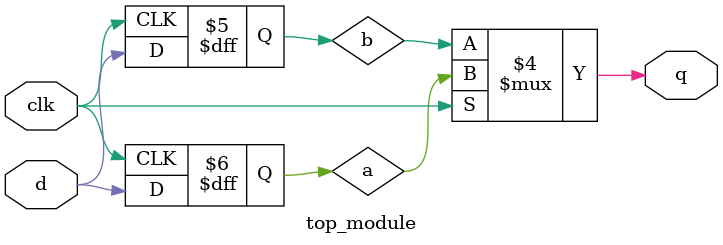
<source format=v>
module top_module (
    input clk,
    input d,
    output q
);	
    reg a, b;
    always @(posedge clk) begin
        a <= d;
    end
    always @(negedge clk) begin
        b <= d;
    end
    always @(*)
        q = clk? a:b;

endmodule


</source>
